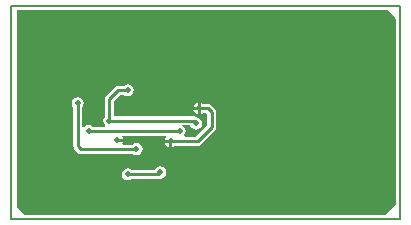
<source format=gbl>
%FSLAX25Y25*%
%MOIN*%
G70*
G01*
G75*
G04 Layer_Physical_Order=2*
G04 Layer_Color=16711680*
%ADD10R,0.07087X0.07874*%
%ADD11R,0.03150X0.05906*%
%ADD12R,0.01575X0.03347*%
%ADD13R,0.04843X0.02559*%
%ADD14R,0.08268X0.02756*%
%ADD15R,0.02362X0.02362*%
%ADD16C,0.01000*%
%ADD17C,0.00500*%
%ADD18C,0.02000*%
G36*
X128300Y-3900D02*
X128500Y-4100D01*
Y-9000D01*
Y-66100D01*
X125300Y-69300D01*
X124900Y-69700D01*
X4700D01*
X2500Y-67500D01*
X2000Y-67000D01*
Y-1300D01*
X125700D01*
X128300Y-3900D01*
D02*
G37*
%LPC*%
G36*
X52900Y-45500D02*
X51460D01*
X51516Y-45780D01*
X51958Y-46442D01*
X52620Y-46884D01*
X52900Y-46940D01*
Y-45500D01*
D02*
G37*
G36*
X49900Y-53361D02*
X49120Y-53516D01*
X48458Y-53958D01*
X48116Y-54471D01*
X40411D01*
X39880Y-54116D01*
X39100Y-53961D01*
X38320Y-54116D01*
X37658Y-54558D01*
X37216Y-55220D01*
X37061Y-56000D01*
X37216Y-56780D01*
X37658Y-57442D01*
X38320Y-57884D01*
X39100Y-58039D01*
X39880Y-57884D01*
X40411Y-57529D01*
X49100D01*
X49685Y-57413D01*
X49685Y-57413D01*
X49685Y-57413D01*
X49704Y-57400D01*
X49900Y-57439D01*
X50680Y-57284D01*
X51342Y-56842D01*
X51784Y-56180D01*
X51939Y-55400D01*
X51784Y-54620D01*
X51342Y-53958D01*
X50680Y-53516D01*
X49900Y-53361D01*
D02*
G37*
G36*
X39100Y-25961D02*
X38320Y-26116D01*
X37789Y-26471D01*
X35800D01*
X35215Y-26587D01*
X34719Y-26919D01*
X31819Y-29819D01*
X31487Y-30315D01*
X31371Y-30900D01*
Y-36789D01*
X31016Y-37320D01*
X30861Y-38100D01*
X31016Y-38880D01*
X31458Y-39542D01*
X31533Y-39592D01*
X31388Y-40071D01*
X27311D01*
X26780Y-39716D01*
X26000Y-39561D01*
X25220Y-39716D01*
X24558Y-40158D01*
X24408Y-40383D01*
X23929Y-40238D01*
Y-33711D01*
X24284Y-33180D01*
X24439Y-32400D01*
X24284Y-31620D01*
X23842Y-30958D01*
X23180Y-30516D01*
X22400Y-30361D01*
X21620Y-30516D01*
X20958Y-30958D01*
X20516Y-31620D01*
X20361Y-32400D01*
X20516Y-33180D01*
X20871Y-33711D01*
Y-46600D01*
X20871Y-46600D01*
X20871D01*
X20987Y-47185D01*
X21319Y-47681D01*
X22419Y-48781D01*
X22915Y-49113D01*
X23012Y-49132D01*
X23500Y-49229D01*
X40802D01*
X41183Y-49484D01*
X41963Y-49639D01*
X42743Y-49484D01*
X43405Y-49042D01*
X43847Y-48380D01*
X44002Y-47600D01*
X43847Y-46820D01*
X43405Y-46158D01*
X42743Y-45716D01*
X41963Y-45561D01*
X41183Y-45716D01*
X40521Y-46158D01*
X40513Y-46171D01*
X37486D01*
X37251Y-45730D01*
X37484Y-45380D01*
X37540Y-45100D01*
X35599D01*
Y-44100D01*
X37540D01*
X37484Y-43820D01*
X37042Y-43158D01*
X37051Y-43129D01*
X51714D01*
X51950Y-43570D01*
X51516Y-44220D01*
X51460Y-44500D01*
X53401D01*
Y-44999D01*
X53900D01*
Y-46940D01*
X54180Y-46884D01*
X54711Y-46529D01*
X62400D01*
X62985Y-46413D01*
X63481Y-46081D01*
X68181Y-41381D01*
X68513Y-40885D01*
X68629Y-40300D01*
Y-35300D01*
X68513Y-34715D01*
X68181Y-34219D01*
X66881Y-32919D01*
X66385Y-32587D01*
X65800Y-32471D01*
X64211D01*
X63680Y-32116D01*
X63400Y-32060D01*
Y-34001D01*
Y-35940D01*
X63680Y-35884D01*
X64211Y-35529D01*
X65166D01*
X65571Y-35934D01*
Y-39667D01*
X61766Y-43471D01*
X58086D01*
X57850Y-43030D01*
X58284Y-42380D01*
X58439Y-41600D01*
X58284Y-40820D01*
X57842Y-40158D01*
X57268Y-39775D01*
X57268Y-39775D01*
X57268D01*
X57180Y-39716D01*
Y-39716D01*
X57189Y-39629D01*
X59918D01*
X59956Y-39821D01*
X60398Y-40482D01*
X61060Y-40924D01*
X61840Y-41079D01*
X62621Y-40924D01*
X63282Y-40482D01*
X63724Y-39821D01*
X63879Y-39040D01*
X63724Y-38260D01*
X63282Y-37598D01*
X62621Y-37156D01*
X61995Y-37032D01*
X61981Y-37019D01*
X61485Y-36687D01*
X60900Y-36571D01*
X34429D01*
Y-31534D01*
X36434Y-29529D01*
X37789D01*
X38320Y-29884D01*
X39100Y-30039D01*
X39880Y-29884D01*
X40542Y-29442D01*
X40984Y-28780D01*
X41139Y-28000D01*
X40984Y-27220D01*
X40542Y-26558D01*
X39880Y-26116D01*
X39100Y-25961D01*
D02*
G37*
G36*
X62400Y-32060D02*
X62120Y-32116D01*
X61458Y-32558D01*
X61016Y-33220D01*
X60960Y-33500D01*
X62400D01*
Y-32060D01*
D02*
G37*
G36*
Y-34500D02*
X60960D01*
X61016Y-34780D01*
X61458Y-35442D01*
X62120Y-35884D01*
X62400Y-35940D01*
Y-34500D01*
D02*
G37*
%LPD*%
D16*
X32900Y-38100D02*
X60900D01*
X61840Y-39040D01*
X35800Y-28000D02*
X39100D01*
X32900Y-30900D02*
X35800Y-28000D01*
X32900Y-38100D02*
Y-30900D01*
X22400Y-46600D02*
Y-32400D01*
Y-46600D02*
X23500Y-47700D01*
X41963D01*
X26000Y-41600D02*
X56400D01*
X39100Y-56000D02*
X49100D01*
X49700Y-55400D01*
X53400Y-45000D02*
X62400D01*
X67100Y-40300D01*
Y-35300D01*
X65800Y-34000D02*
X67100Y-35300D01*
X62900Y-34000D02*
X65800D01*
X117753Y-26245D02*
G03*
X117753Y-26245I-1772J0D01*
G01*
Y-59710D02*
G03*
X117753Y-59710I-1772J0D01*
G01*
D17*
X0Y0D02*
X129921D01*
Y-70866D02*
Y0D01*
X0Y-70866D02*
X129921D01*
X0D02*
Y0D01*
D18*
X32900Y-38100D02*
D03*
X61840Y-39040D02*
D03*
X39100Y-28000D02*
D03*
X22400Y-32400D02*
D03*
X41963Y-47600D02*
D03*
X26000Y-41600D02*
D03*
X56400D02*
D03*
X39100Y-56000D02*
D03*
X49900Y-55400D02*
D03*
X53400Y-45000D02*
D03*
X62900Y-34000D02*
D03*
X35600Y-44600D02*
D03*
M02*

</source>
